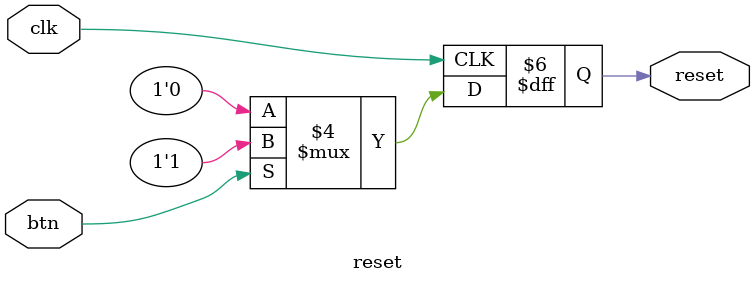
<source format=v>
`timescale 1ns / 1ps
module reset(

    // Inputs
    btn, clk,
    
    // Outputs
    reset
    );

    input btn;
    input clk;
    
    output reg reset;
    
    initial
    begin
        reset = 0;
    end
    
    always @ (posedge clk)
    begin
        if (btn)
            reset = 1;
        else
            reset = 0;
    end

endmodule

</source>
